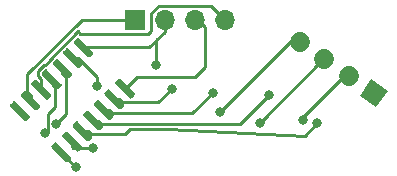
<source format=gbr>
G04 #@! TF.GenerationSoftware,KiCad,Pcbnew,(5.1.5)-3*
G04 #@! TF.CreationDate,2021-01-30T14:55:34-06:00*
G04 #@! TF.ProjectId,HallSensorSMD,48616c6c-5365-46e7-936f-72534d442e6b,rev?*
G04 #@! TF.SameCoordinates,Original*
G04 #@! TF.FileFunction,Copper,L2,Bot*
G04 #@! TF.FilePolarity,Positive*
%FSLAX46Y46*%
G04 Gerber Fmt 4.6, Leading zero omitted, Abs format (unit mm)*
G04 Created by KiCad (PCBNEW (5.1.5)-3) date 2021-01-30 14:55:34*
%MOMM*%
%LPD*%
G04 APERTURE LIST*
%ADD10C,1.700000*%
%ADD11C,0.100000*%
%ADD12R,1.700000X1.700000*%
%ADD13O,1.700000X1.700000*%
%ADD14C,0.800000*%
%ADD15C,0.250000*%
G04 APERTURE END LIST*
D10*
X139758061Y-50129348D02*
X139758061Y-50129348D01*
X141838708Y-51586232D02*
X141838708Y-51586232D01*
X143919354Y-53043116D02*
X143919354Y-53043116D01*
G04 #@! TA.AperFunction,ComponentPad*
D11*
G36*
X145791261Y-53316181D02*
G01*
X147183819Y-54291261D01*
X146208739Y-55683819D01*
X144816181Y-54708739D01*
X145791261Y-53316181D01*
G37*
G04 #@! TD.AperFunction*
D12*
X125818900Y-48250000D03*
D13*
X128358900Y-48250000D03*
X130898900Y-48250000D03*
X133438900Y-48250000D03*
G04 #@! TA.AperFunction,SMDPad,CuDef*
D11*
G36*
X124491872Y-53259105D02*
G01*
X124506433Y-53261265D01*
X124520712Y-53264842D01*
X124534572Y-53269801D01*
X124547879Y-53276095D01*
X124560505Y-53283663D01*
X124572328Y-53292431D01*
X124583235Y-53302317D01*
X125749961Y-54469043D01*
X125759847Y-54479950D01*
X125768615Y-54491773D01*
X125776183Y-54504399D01*
X125782477Y-54517706D01*
X125787436Y-54531566D01*
X125791013Y-54545845D01*
X125793173Y-54560406D01*
X125793895Y-54575109D01*
X125793173Y-54589812D01*
X125791013Y-54604373D01*
X125787436Y-54618652D01*
X125782477Y-54632512D01*
X125776183Y-54645819D01*
X125768615Y-54658445D01*
X125759847Y-54670268D01*
X125749961Y-54681175D01*
X125537829Y-54893307D01*
X125526922Y-54903193D01*
X125515099Y-54911961D01*
X125502473Y-54919529D01*
X125489166Y-54925823D01*
X125475306Y-54930782D01*
X125461027Y-54934359D01*
X125446466Y-54936519D01*
X125431763Y-54937241D01*
X125417060Y-54936519D01*
X125402499Y-54934359D01*
X125388220Y-54930782D01*
X125374360Y-54925823D01*
X125361053Y-54919529D01*
X125348427Y-54911961D01*
X125336604Y-54903193D01*
X125325697Y-54893307D01*
X124158971Y-53726581D01*
X124149085Y-53715674D01*
X124140317Y-53703851D01*
X124132749Y-53691225D01*
X124126455Y-53677918D01*
X124121496Y-53664058D01*
X124117919Y-53649779D01*
X124115759Y-53635218D01*
X124115037Y-53620515D01*
X124115759Y-53605812D01*
X124117919Y-53591251D01*
X124121496Y-53576972D01*
X124126455Y-53563112D01*
X124132749Y-53549805D01*
X124140317Y-53537179D01*
X124149085Y-53525356D01*
X124158971Y-53514449D01*
X124371103Y-53302317D01*
X124382010Y-53292431D01*
X124393833Y-53283663D01*
X124406459Y-53276095D01*
X124419766Y-53269801D01*
X124433626Y-53264842D01*
X124447905Y-53261265D01*
X124462466Y-53259105D01*
X124477169Y-53258383D01*
X124491872Y-53259105D01*
G37*
G04 #@! TD.AperFunction*
G04 #@! TA.AperFunction,SMDPad,CuDef*
G36*
X123593847Y-54157131D02*
G01*
X123608408Y-54159291D01*
X123622687Y-54162868D01*
X123636547Y-54167827D01*
X123649854Y-54174121D01*
X123662480Y-54181689D01*
X123674303Y-54190457D01*
X123685210Y-54200343D01*
X124851936Y-55367069D01*
X124861822Y-55377976D01*
X124870590Y-55389799D01*
X124878158Y-55402425D01*
X124884452Y-55415732D01*
X124889411Y-55429592D01*
X124892988Y-55443871D01*
X124895148Y-55458432D01*
X124895870Y-55473135D01*
X124895148Y-55487838D01*
X124892988Y-55502399D01*
X124889411Y-55516678D01*
X124884452Y-55530538D01*
X124878158Y-55543845D01*
X124870590Y-55556471D01*
X124861822Y-55568294D01*
X124851936Y-55579201D01*
X124639804Y-55791333D01*
X124628897Y-55801219D01*
X124617074Y-55809987D01*
X124604448Y-55817555D01*
X124591141Y-55823849D01*
X124577281Y-55828808D01*
X124563002Y-55832385D01*
X124548441Y-55834545D01*
X124533738Y-55835267D01*
X124519035Y-55834545D01*
X124504474Y-55832385D01*
X124490195Y-55828808D01*
X124476335Y-55823849D01*
X124463028Y-55817555D01*
X124450402Y-55809987D01*
X124438579Y-55801219D01*
X124427672Y-55791333D01*
X123260946Y-54624607D01*
X123251060Y-54613700D01*
X123242292Y-54601877D01*
X123234724Y-54589251D01*
X123228430Y-54575944D01*
X123223471Y-54562084D01*
X123219894Y-54547805D01*
X123217734Y-54533244D01*
X123217012Y-54518541D01*
X123217734Y-54503838D01*
X123219894Y-54489277D01*
X123223471Y-54474998D01*
X123228430Y-54461138D01*
X123234724Y-54447831D01*
X123242292Y-54435205D01*
X123251060Y-54423382D01*
X123260946Y-54412475D01*
X123473078Y-54200343D01*
X123483985Y-54190457D01*
X123495808Y-54181689D01*
X123508434Y-54174121D01*
X123521741Y-54167827D01*
X123535601Y-54162868D01*
X123549880Y-54159291D01*
X123564441Y-54157131D01*
X123579144Y-54156409D01*
X123593847Y-54157131D01*
G37*
G04 #@! TD.AperFunction*
G04 #@! TA.AperFunction,SMDPad,CuDef*
G36*
X122695821Y-55055157D02*
G01*
X122710382Y-55057317D01*
X122724661Y-55060894D01*
X122738521Y-55065853D01*
X122751828Y-55072147D01*
X122764454Y-55079715D01*
X122776277Y-55088483D01*
X122787184Y-55098369D01*
X123953910Y-56265095D01*
X123963796Y-56276002D01*
X123972564Y-56287825D01*
X123980132Y-56300451D01*
X123986426Y-56313758D01*
X123991385Y-56327618D01*
X123994962Y-56341897D01*
X123997122Y-56356458D01*
X123997844Y-56371161D01*
X123997122Y-56385864D01*
X123994962Y-56400425D01*
X123991385Y-56414704D01*
X123986426Y-56428564D01*
X123980132Y-56441871D01*
X123972564Y-56454497D01*
X123963796Y-56466320D01*
X123953910Y-56477227D01*
X123741778Y-56689359D01*
X123730871Y-56699245D01*
X123719048Y-56708013D01*
X123706422Y-56715581D01*
X123693115Y-56721875D01*
X123679255Y-56726834D01*
X123664976Y-56730411D01*
X123650415Y-56732571D01*
X123635712Y-56733293D01*
X123621009Y-56732571D01*
X123606448Y-56730411D01*
X123592169Y-56726834D01*
X123578309Y-56721875D01*
X123565002Y-56715581D01*
X123552376Y-56708013D01*
X123540553Y-56699245D01*
X123529646Y-56689359D01*
X122362920Y-55522633D01*
X122353034Y-55511726D01*
X122344266Y-55499903D01*
X122336698Y-55487277D01*
X122330404Y-55473970D01*
X122325445Y-55460110D01*
X122321868Y-55445831D01*
X122319708Y-55431270D01*
X122318986Y-55416567D01*
X122319708Y-55401864D01*
X122321868Y-55387303D01*
X122325445Y-55373024D01*
X122330404Y-55359164D01*
X122336698Y-55345857D01*
X122344266Y-55333231D01*
X122353034Y-55321408D01*
X122362920Y-55310501D01*
X122575052Y-55098369D01*
X122585959Y-55088483D01*
X122597782Y-55079715D01*
X122610408Y-55072147D01*
X122623715Y-55065853D01*
X122637575Y-55060894D01*
X122651854Y-55057317D01*
X122666415Y-55055157D01*
X122681118Y-55054435D01*
X122695821Y-55055157D01*
G37*
G04 #@! TD.AperFunction*
G04 #@! TA.AperFunction,SMDPad,CuDef*
G36*
X121797795Y-55953182D02*
G01*
X121812356Y-55955342D01*
X121826635Y-55958919D01*
X121840495Y-55963878D01*
X121853802Y-55970172D01*
X121866428Y-55977740D01*
X121878251Y-55986508D01*
X121889158Y-55996394D01*
X123055884Y-57163120D01*
X123065770Y-57174027D01*
X123074538Y-57185850D01*
X123082106Y-57198476D01*
X123088400Y-57211783D01*
X123093359Y-57225643D01*
X123096936Y-57239922D01*
X123099096Y-57254483D01*
X123099818Y-57269186D01*
X123099096Y-57283889D01*
X123096936Y-57298450D01*
X123093359Y-57312729D01*
X123088400Y-57326589D01*
X123082106Y-57339896D01*
X123074538Y-57352522D01*
X123065770Y-57364345D01*
X123055884Y-57375252D01*
X122843752Y-57587384D01*
X122832845Y-57597270D01*
X122821022Y-57606038D01*
X122808396Y-57613606D01*
X122795089Y-57619900D01*
X122781229Y-57624859D01*
X122766950Y-57628436D01*
X122752389Y-57630596D01*
X122737686Y-57631318D01*
X122722983Y-57630596D01*
X122708422Y-57628436D01*
X122694143Y-57624859D01*
X122680283Y-57619900D01*
X122666976Y-57613606D01*
X122654350Y-57606038D01*
X122642527Y-57597270D01*
X122631620Y-57587384D01*
X121464894Y-56420658D01*
X121455008Y-56409751D01*
X121446240Y-56397928D01*
X121438672Y-56385302D01*
X121432378Y-56371995D01*
X121427419Y-56358135D01*
X121423842Y-56343856D01*
X121421682Y-56329295D01*
X121420960Y-56314592D01*
X121421682Y-56299889D01*
X121423842Y-56285328D01*
X121427419Y-56271049D01*
X121432378Y-56257189D01*
X121438672Y-56243882D01*
X121446240Y-56231256D01*
X121455008Y-56219433D01*
X121464894Y-56208526D01*
X121677026Y-55996394D01*
X121687933Y-55986508D01*
X121699756Y-55977740D01*
X121712382Y-55970172D01*
X121725689Y-55963878D01*
X121739549Y-55958919D01*
X121753828Y-55955342D01*
X121768389Y-55953182D01*
X121783092Y-55952460D01*
X121797795Y-55953182D01*
G37*
G04 #@! TD.AperFunction*
G04 #@! TA.AperFunction,SMDPad,CuDef*
G36*
X120899770Y-56851208D02*
G01*
X120914331Y-56853368D01*
X120928610Y-56856945D01*
X120942470Y-56861904D01*
X120955777Y-56868198D01*
X120968403Y-56875766D01*
X120980226Y-56884534D01*
X120991133Y-56894420D01*
X122157859Y-58061146D01*
X122167745Y-58072053D01*
X122176513Y-58083876D01*
X122184081Y-58096502D01*
X122190375Y-58109809D01*
X122195334Y-58123669D01*
X122198911Y-58137948D01*
X122201071Y-58152509D01*
X122201793Y-58167212D01*
X122201071Y-58181915D01*
X122198911Y-58196476D01*
X122195334Y-58210755D01*
X122190375Y-58224615D01*
X122184081Y-58237922D01*
X122176513Y-58250548D01*
X122167745Y-58262371D01*
X122157859Y-58273278D01*
X121945727Y-58485410D01*
X121934820Y-58495296D01*
X121922997Y-58504064D01*
X121910371Y-58511632D01*
X121897064Y-58517926D01*
X121883204Y-58522885D01*
X121868925Y-58526462D01*
X121854364Y-58528622D01*
X121839661Y-58529344D01*
X121824958Y-58528622D01*
X121810397Y-58526462D01*
X121796118Y-58522885D01*
X121782258Y-58517926D01*
X121768951Y-58511632D01*
X121756325Y-58504064D01*
X121744502Y-58495296D01*
X121733595Y-58485410D01*
X120566869Y-57318684D01*
X120556983Y-57307777D01*
X120548215Y-57295954D01*
X120540647Y-57283328D01*
X120534353Y-57270021D01*
X120529394Y-57256161D01*
X120525817Y-57241882D01*
X120523657Y-57227321D01*
X120522935Y-57212618D01*
X120523657Y-57197915D01*
X120525817Y-57183354D01*
X120529394Y-57169075D01*
X120534353Y-57155215D01*
X120540647Y-57141908D01*
X120548215Y-57129282D01*
X120556983Y-57117459D01*
X120566869Y-57106552D01*
X120779001Y-56894420D01*
X120789908Y-56884534D01*
X120801731Y-56875766D01*
X120814357Y-56868198D01*
X120827664Y-56861904D01*
X120841524Y-56856945D01*
X120855803Y-56853368D01*
X120870364Y-56851208D01*
X120885067Y-56850486D01*
X120899770Y-56851208D01*
G37*
G04 #@! TD.AperFunction*
G04 #@! TA.AperFunction,SMDPad,CuDef*
G36*
X120001744Y-57749234D02*
G01*
X120016305Y-57751394D01*
X120030584Y-57754971D01*
X120044444Y-57759930D01*
X120057751Y-57766224D01*
X120070377Y-57773792D01*
X120082200Y-57782560D01*
X120093107Y-57792446D01*
X121259833Y-58959172D01*
X121269719Y-58970079D01*
X121278487Y-58981902D01*
X121286055Y-58994528D01*
X121292349Y-59007835D01*
X121297308Y-59021695D01*
X121300885Y-59035974D01*
X121303045Y-59050535D01*
X121303767Y-59065238D01*
X121303045Y-59079941D01*
X121300885Y-59094502D01*
X121297308Y-59108781D01*
X121292349Y-59122641D01*
X121286055Y-59135948D01*
X121278487Y-59148574D01*
X121269719Y-59160397D01*
X121259833Y-59171304D01*
X121047701Y-59383436D01*
X121036794Y-59393322D01*
X121024971Y-59402090D01*
X121012345Y-59409658D01*
X120999038Y-59415952D01*
X120985178Y-59420911D01*
X120970899Y-59424488D01*
X120956338Y-59426648D01*
X120941635Y-59427370D01*
X120926932Y-59426648D01*
X120912371Y-59424488D01*
X120898092Y-59420911D01*
X120884232Y-59415952D01*
X120870925Y-59409658D01*
X120858299Y-59402090D01*
X120846476Y-59393322D01*
X120835569Y-59383436D01*
X119668843Y-58216710D01*
X119658957Y-58205803D01*
X119650189Y-58193980D01*
X119642621Y-58181354D01*
X119636327Y-58168047D01*
X119631368Y-58154187D01*
X119627791Y-58139908D01*
X119625631Y-58125347D01*
X119624909Y-58110644D01*
X119625631Y-58095941D01*
X119627791Y-58081380D01*
X119631368Y-58067101D01*
X119636327Y-58053241D01*
X119642621Y-58039934D01*
X119650189Y-58027308D01*
X119658957Y-58015485D01*
X119668843Y-58004578D01*
X119880975Y-57792446D01*
X119891882Y-57782560D01*
X119903705Y-57773792D01*
X119916331Y-57766224D01*
X119929638Y-57759930D01*
X119943498Y-57754971D01*
X119957777Y-57751394D01*
X119972338Y-57749234D01*
X119987041Y-57748512D01*
X120001744Y-57749234D01*
G37*
G04 #@! TD.AperFunction*
G04 #@! TA.AperFunction,SMDPad,CuDef*
G36*
X119103718Y-58647259D02*
G01*
X119118279Y-58649419D01*
X119132558Y-58652996D01*
X119146418Y-58657955D01*
X119159725Y-58664249D01*
X119172351Y-58671817D01*
X119184174Y-58680585D01*
X119195081Y-58690471D01*
X120361807Y-59857197D01*
X120371693Y-59868104D01*
X120380461Y-59879927D01*
X120388029Y-59892553D01*
X120394323Y-59905860D01*
X120399282Y-59919720D01*
X120402859Y-59933999D01*
X120405019Y-59948560D01*
X120405741Y-59963263D01*
X120405019Y-59977966D01*
X120402859Y-59992527D01*
X120399282Y-60006806D01*
X120394323Y-60020666D01*
X120388029Y-60033973D01*
X120380461Y-60046599D01*
X120371693Y-60058422D01*
X120361807Y-60069329D01*
X120149675Y-60281461D01*
X120138768Y-60291347D01*
X120126945Y-60300115D01*
X120114319Y-60307683D01*
X120101012Y-60313977D01*
X120087152Y-60318936D01*
X120072873Y-60322513D01*
X120058312Y-60324673D01*
X120043609Y-60325395D01*
X120028906Y-60324673D01*
X120014345Y-60322513D01*
X120000066Y-60318936D01*
X119986206Y-60313977D01*
X119972899Y-60307683D01*
X119960273Y-60300115D01*
X119948450Y-60291347D01*
X119937543Y-60281461D01*
X118770817Y-59114735D01*
X118760931Y-59103828D01*
X118752163Y-59092005D01*
X118744595Y-59079379D01*
X118738301Y-59066072D01*
X118733342Y-59052212D01*
X118729765Y-59037933D01*
X118727605Y-59023372D01*
X118726883Y-59008669D01*
X118727605Y-58993966D01*
X118729765Y-58979405D01*
X118733342Y-58965126D01*
X118738301Y-58951266D01*
X118744595Y-58937959D01*
X118752163Y-58925333D01*
X118760931Y-58913510D01*
X118770817Y-58902603D01*
X118982949Y-58690471D01*
X118993856Y-58680585D01*
X119005679Y-58671817D01*
X119018305Y-58664249D01*
X119031612Y-58657955D01*
X119045472Y-58652996D01*
X119059751Y-58649419D01*
X119074312Y-58647259D01*
X119089015Y-58646537D01*
X119103718Y-58647259D01*
G37*
G04 #@! TD.AperFunction*
G04 #@! TA.AperFunction,SMDPad,CuDef*
G36*
X115603540Y-55147081D02*
G01*
X115618101Y-55149241D01*
X115632380Y-55152818D01*
X115646240Y-55157777D01*
X115659547Y-55164071D01*
X115672173Y-55171639D01*
X115683996Y-55180407D01*
X115694903Y-55190293D01*
X116861629Y-56357019D01*
X116871515Y-56367926D01*
X116880283Y-56379749D01*
X116887851Y-56392375D01*
X116894145Y-56405682D01*
X116899104Y-56419542D01*
X116902681Y-56433821D01*
X116904841Y-56448382D01*
X116905563Y-56463085D01*
X116904841Y-56477788D01*
X116902681Y-56492349D01*
X116899104Y-56506628D01*
X116894145Y-56520488D01*
X116887851Y-56533795D01*
X116880283Y-56546421D01*
X116871515Y-56558244D01*
X116861629Y-56569151D01*
X116649497Y-56781283D01*
X116638590Y-56791169D01*
X116626767Y-56799937D01*
X116614141Y-56807505D01*
X116600834Y-56813799D01*
X116586974Y-56818758D01*
X116572695Y-56822335D01*
X116558134Y-56824495D01*
X116543431Y-56825217D01*
X116528728Y-56824495D01*
X116514167Y-56822335D01*
X116499888Y-56818758D01*
X116486028Y-56813799D01*
X116472721Y-56807505D01*
X116460095Y-56799937D01*
X116448272Y-56791169D01*
X116437365Y-56781283D01*
X115270639Y-55614557D01*
X115260753Y-55603650D01*
X115251985Y-55591827D01*
X115244417Y-55579201D01*
X115238123Y-55565894D01*
X115233164Y-55552034D01*
X115229587Y-55537755D01*
X115227427Y-55523194D01*
X115226705Y-55508491D01*
X115227427Y-55493788D01*
X115229587Y-55479227D01*
X115233164Y-55464948D01*
X115238123Y-55451088D01*
X115244417Y-55437781D01*
X115251985Y-55425155D01*
X115260753Y-55413332D01*
X115270639Y-55402425D01*
X115482771Y-55190293D01*
X115493678Y-55180407D01*
X115505501Y-55171639D01*
X115518127Y-55164071D01*
X115531434Y-55157777D01*
X115545294Y-55152818D01*
X115559573Y-55149241D01*
X115574134Y-55147081D01*
X115588837Y-55146359D01*
X115603540Y-55147081D01*
G37*
G04 #@! TD.AperFunction*
G04 #@! TA.AperFunction,SMDPad,CuDef*
G36*
X116501565Y-54249055D02*
G01*
X116516126Y-54251215D01*
X116530405Y-54254792D01*
X116544265Y-54259751D01*
X116557572Y-54266045D01*
X116570198Y-54273613D01*
X116582021Y-54282381D01*
X116592928Y-54292267D01*
X117759654Y-55458993D01*
X117769540Y-55469900D01*
X117778308Y-55481723D01*
X117785876Y-55494349D01*
X117792170Y-55507656D01*
X117797129Y-55521516D01*
X117800706Y-55535795D01*
X117802866Y-55550356D01*
X117803588Y-55565059D01*
X117802866Y-55579762D01*
X117800706Y-55594323D01*
X117797129Y-55608602D01*
X117792170Y-55622462D01*
X117785876Y-55635769D01*
X117778308Y-55648395D01*
X117769540Y-55660218D01*
X117759654Y-55671125D01*
X117547522Y-55883257D01*
X117536615Y-55893143D01*
X117524792Y-55901911D01*
X117512166Y-55909479D01*
X117498859Y-55915773D01*
X117484999Y-55920732D01*
X117470720Y-55924309D01*
X117456159Y-55926469D01*
X117441456Y-55927191D01*
X117426753Y-55926469D01*
X117412192Y-55924309D01*
X117397913Y-55920732D01*
X117384053Y-55915773D01*
X117370746Y-55909479D01*
X117358120Y-55901911D01*
X117346297Y-55893143D01*
X117335390Y-55883257D01*
X116168664Y-54716531D01*
X116158778Y-54705624D01*
X116150010Y-54693801D01*
X116142442Y-54681175D01*
X116136148Y-54667868D01*
X116131189Y-54654008D01*
X116127612Y-54639729D01*
X116125452Y-54625168D01*
X116124730Y-54610465D01*
X116125452Y-54595762D01*
X116127612Y-54581201D01*
X116131189Y-54566922D01*
X116136148Y-54553062D01*
X116142442Y-54539755D01*
X116150010Y-54527129D01*
X116158778Y-54515306D01*
X116168664Y-54504399D01*
X116380796Y-54292267D01*
X116391703Y-54282381D01*
X116403526Y-54273613D01*
X116416152Y-54266045D01*
X116429459Y-54259751D01*
X116443319Y-54254792D01*
X116457598Y-54251215D01*
X116472159Y-54249055D01*
X116486862Y-54248333D01*
X116501565Y-54249055D01*
G37*
G04 #@! TD.AperFunction*
G04 #@! TA.AperFunction,SMDPad,CuDef*
G36*
X117399591Y-53351029D02*
G01*
X117414152Y-53353189D01*
X117428431Y-53356766D01*
X117442291Y-53361725D01*
X117455598Y-53368019D01*
X117468224Y-53375587D01*
X117480047Y-53384355D01*
X117490954Y-53394241D01*
X118657680Y-54560967D01*
X118667566Y-54571874D01*
X118676334Y-54583697D01*
X118683902Y-54596323D01*
X118690196Y-54609630D01*
X118695155Y-54623490D01*
X118698732Y-54637769D01*
X118700892Y-54652330D01*
X118701614Y-54667033D01*
X118700892Y-54681736D01*
X118698732Y-54696297D01*
X118695155Y-54710576D01*
X118690196Y-54724436D01*
X118683902Y-54737743D01*
X118676334Y-54750369D01*
X118667566Y-54762192D01*
X118657680Y-54773099D01*
X118445548Y-54985231D01*
X118434641Y-54995117D01*
X118422818Y-55003885D01*
X118410192Y-55011453D01*
X118396885Y-55017747D01*
X118383025Y-55022706D01*
X118368746Y-55026283D01*
X118354185Y-55028443D01*
X118339482Y-55029165D01*
X118324779Y-55028443D01*
X118310218Y-55026283D01*
X118295939Y-55022706D01*
X118282079Y-55017747D01*
X118268772Y-55011453D01*
X118256146Y-55003885D01*
X118244323Y-54995117D01*
X118233416Y-54985231D01*
X117066690Y-53818505D01*
X117056804Y-53807598D01*
X117048036Y-53795775D01*
X117040468Y-53783149D01*
X117034174Y-53769842D01*
X117029215Y-53755982D01*
X117025638Y-53741703D01*
X117023478Y-53727142D01*
X117022756Y-53712439D01*
X117023478Y-53697736D01*
X117025638Y-53683175D01*
X117029215Y-53668896D01*
X117034174Y-53655036D01*
X117040468Y-53641729D01*
X117048036Y-53629103D01*
X117056804Y-53617280D01*
X117066690Y-53606373D01*
X117278822Y-53394241D01*
X117289729Y-53384355D01*
X117301552Y-53375587D01*
X117314178Y-53368019D01*
X117327485Y-53361725D01*
X117341345Y-53356766D01*
X117355624Y-53353189D01*
X117370185Y-53351029D01*
X117384888Y-53350307D01*
X117399591Y-53351029D01*
G37*
G04 #@! TD.AperFunction*
G04 #@! TA.AperFunction,SMDPad,CuDef*
G36*
X118297617Y-52453004D02*
G01*
X118312178Y-52455164D01*
X118326457Y-52458741D01*
X118340317Y-52463700D01*
X118353624Y-52469994D01*
X118366250Y-52477562D01*
X118378073Y-52486330D01*
X118388980Y-52496216D01*
X119555706Y-53662942D01*
X119565592Y-53673849D01*
X119574360Y-53685672D01*
X119581928Y-53698298D01*
X119588222Y-53711605D01*
X119593181Y-53725465D01*
X119596758Y-53739744D01*
X119598918Y-53754305D01*
X119599640Y-53769008D01*
X119598918Y-53783711D01*
X119596758Y-53798272D01*
X119593181Y-53812551D01*
X119588222Y-53826411D01*
X119581928Y-53839718D01*
X119574360Y-53852344D01*
X119565592Y-53864167D01*
X119555706Y-53875074D01*
X119343574Y-54087206D01*
X119332667Y-54097092D01*
X119320844Y-54105860D01*
X119308218Y-54113428D01*
X119294911Y-54119722D01*
X119281051Y-54124681D01*
X119266772Y-54128258D01*
X119252211Y-54130418D01*
X119237508Y-54131140D01*
X119222805Y-54130418D01*
X119208244Y-54128258D01*
X119193965Y-54124681D01*
X119180105Y-54119722D01*
X119166798Y-54113428D01*
X119154172Y-54105860D01*
X119142349Y-54097092D01*
X119131442Y-54087206D01*
X117964716Y-52920480D01*
X117954830Y-52909573D01*
X117946062Y-52897750D01*
X117938494Y-52885124D01*
X117932200Y-52871817D01*
X117927241Y-52857957D01*
X117923664Y-52843678D01*
X117921504Y-52829117D01*
X117920782Y-52814414D01*
X117921504Y-52799711D01*
X117923664Y-52785150D01*
X117927241Y-52770871D01*
X117932200Y-52757011D01*
X117938494Y-52743704D01*
X117946062Y-52731078D01*
X117954830Y-52719255D01*
X117964716Y-52708348D01*
X118176848Y-52496216D01*
X118187755Y-52486330D01*
X118199578Y-52477562D01*
X118212204Y-52469994D01*
X118225511Y-52463700D01*
X118239371Y-52458741D01*
X118253650Y-52455164D01*
X118268211Y-52453004D01*
X118282914Y-52452282D01*
X118297617Y-52453004D01*
G37*
G04 #@! TD.AperFunction*
G04 #@! TA.AperFunction,SMDPad,CuDef*
G36*
X119195642Y-51554978D02*
G01*
X119210203Y-51557138D01*
X119224482Y-51560715D01*
X119238342Y-51565674D01*
X119251649Y-51571968D01*
X119264275Y-51579536D01*
X119276098Y-51588304D01*
X119287005Y-51598190D01*
X120453731Y-52764916D01*
X120463617Y-52775823D01*
X120472385Y-52787646D01*
X120479953Y-52800272D01*
X120486247Y-52813579D01*
X120491206Y-52827439D01*
X120494783Y-52841718D01*
X120496943Y-52856279D01*
X120497665Y-52870982D01*
X120496943Y-52885685D01*
X120494783Y-52900246D01*
X120491206Y-52914525D01*
X120486247Y-52928385D01*
X120479953Y-52941692D01*
X120472385Y-52954318D01*
X120463617Y-52966141D01*
X120453731Y-52977048D01*
X120241599Y-53189180D01*
X120230692Y-53199066D01*
X120218869Y-53207834D01*
X120206243Y-53215402D01*
X120192936Y-53221696D01*
X120179076Y-53226655D01*
X120164797Y-53230232D01*
X120150236Y-53232392D01*
X120135533Y-53233114D01*
X120120830Y-53232392D01*
X120106269Y-53230232D01*
X120091990Y-53226655D01*
X120078130Y-53221696D01*
X120064823Y-53215402D01*
X120052197Y-53207834D01*
X120040374Y-53199066D01*
X120029467Y-53189180D01*
X118862741Y-52022454D01*
X118852855Y-52011547D01*
X118844087Y-51999724D01*
X118836519Y-51987098D01*
X118830225Y-51973791D01*
X118825266Y-51959931D01*
X118821689Y-51945652D01*
X118819529Y-51931091D01*
X118818807Y-51916388D01*
X118819529Y-51901685D01*
X118821689Y-51887124D01*
X118825266Y-51872845D01*
X118830225Y-51858985D01*
X118836519Y-51845678D01*
X118844087Y-51833052D01*
X118852855Y-51821229D01*
X118862741Y-51810322D01*
X119074873Y-51598190D01*
X119085780Y-51588304D01*
X119097603Y-51579536D01*
X119110229Y-51571968D01*
X119123536Y-51565674D01*
X119137396Y-51560715D01*
X119151675Y-51557138D01*
X119166236Y-51554978D01*
X119180939Y-51554256D01*
X119195642Y-51554978D01*
G37*
G04 #@! TD.AperFunction*
G04 #@! TA.AperFunction,SMDPad,CuDef*
G36*
X120093668Y-50656952D02*
G01*
X120108229Y-50659112D01*
X120122508Y-50662689D01*
X120136368Y-50667648D01*
X120149675Y-50673942D01*
X120162301Y-50681510D01*
X120174124Y-50690278D01*
X120185031Y-50700164D01*
X121351757Y-51866890D01*
X121361643Y-51877797D01*
X121370411Y-51889620D01*
X121377979Y-51902246D01*
X121384273Y-51915553D01*
X121389232Y-51929413D01*
X121392809Y-51943692D01*
X121394969Y-51958253D01*
X121395691Y-51972956D01*
X121394969Y-51987659D01*
X121392809Y-52002220D01*
X121389232Y-52016499D01*
X121384273Y-52030359D01*
X121377979Y-52043666D01*
X121370411Y-52056292D01*
X121361643Y-52068115D01*
X121351757Y-52079022D01*
X121139625Y-52291154D01*
X121128718Y-52301040D01*
X121116895Y-52309808D01*
X121104269Y-52317376D01*
X121090962Y-52323670D01*
X121077102Y-52328629D01*
X121062823Y-52332206D01*
X121048262Y-52334366D01*
X121033559Y-52335088D01*
X121018856Y-52334366D01*
X121004295Y-52332206D01*
X120990016Y-52328629D01*
X120976156Y-52323670D01*
X120962849Y-52317376D01*
X120950223Y-52309808D01*
X120938400Y-52301040D01*
X120927493Y-52291154D01*
X119760767Y-51124428D01*
X119750881Y-51113521D01*
X119742113Y-51101698D01*
X119734545Y-51089072D01*
X119728251Y-51075765D01*
X119723292Y-51061905D01*
X119719715Y-51047626D01*
X119717555Y-51033065D01*
X119716833Y-51018362D01*
X119717555Y-51003659D01*
X119719715Y-50989098D01*
X119723292Y-50974819D01*
X119728251Y-50960959D01*
X119734545Y-50947652D01*
X119742113Y-50935026D01*
X119750881Y-50923203D01*
X119760767Y-50912296D01*
X119972899Y-50700164D01*
X119983806Y-50690278D01*
X119995629Y-50681510D01*
X120008255Y-50673942D01*
X120021562Y-50667648D01*
X120035422Y-50662689D01*
X120049701Y-50659112D01*
X120064262Y-50656952D01*
X120078965Y-50656230D01*
X120093668Y-50656952D01*
G37*
G04 #@! TD.AperFunction*
G04 #@! TA.AperFunction,SMDPad,CuDef*
G36*
X120991694Y-49758927D02*
G01*
X121006255Y-49761087D01*
X121020534Y-49764664D01*
X121034394Y-49769623D01*
X121047701Y-49775917D01*
X121060327Y-49783485D01*
X121072150Y-49792253D01*
X121083057Y-49802139D01*
X122249783Y-50968865D01*
X122259669Y-50979772D01*
X122268437Y-50991595D01*
X122276005Y-51004221D01*
X122282299Y-51017528D01*
X122287258Y-51031388D01*
X122290835Y-51045667D01*
X122292995Y-51060228D01*
X122293717Y-51074931D01*
X122292995Y-51089634D01*
X122290835Y-51104195D01*
X122287258Y-51118474D01*
X122282299Y-51132334D01*
X122276005Y-51145641D01*
X122268437Y-51158267D01*
X122259669Y-51170090D01*
X122249783Y-51180997D01*
X122037651Y-51393129D01*
X122026744Y-51403015D01*
X122014921Y-51411783D01*
X122002295Y-51419351D01*
X121988988Y-51425645D01*
X121975128Y-51430604D01*
X121960849Y-51434181D01*
X121946288Y-51436341D01*
X121931585Y-51437063D01*
X121916882Y-51436341D01*
X121902321Y-51434181D01*
X121888042Y-51430604D01*
X121874182Y-51425645D01*
X121860875Y-51419351D01*
X121848249Y-51411783D01*
X121836426Y-51403015D01*
X121825519Y-51393129D01*
X120658793Y-50226403D01*
X120648907Y-50215496D01*
X120640139Y-50203673D01*
X120632571Y-50191047D01*
X120626277Y-50177740D01*
X120621318Y-50163880D01*
X120617741Y-50149601D01*
X120615581Y-50135040D01*
X120614859Y-50120337D01*
X120615581Y-50105634D01*
X120617741Y-50091073D01*
X120621318Y-50076794D01*
X120626277Y-50062934D01*
X120632571Y-50049627D01*
X120640139Y-50037001D01*
X120648907Y-50025178D01*
X120658793Y-50014271D01*
X120870925Y-49802139D01*
X120881832Y-49792253D01*
X120893655Y-49783485D01*
X120906281Y-49775917D01*
X120919588Y-49769623D01*
X120933448Y-49764664D01*
X120947727Y-49761087D01*
X120962288Y-49758927D01*
X120976991Y-49758205D01*
X120991694Y-49758927D01*
G37*
G04 #@! TD.AperFunction*
D14*
X127622300Y-52108100D03*
X140004800Y-56730900D03*
X118211600Y-57873900D03*
X119126883Y-57048400D03*
X122605800Y-53886100D03*
X128905000Y-54140100D03*
X132410200Y-54419500D03*
X137121900Y-54597300D03*
X141249400Y-57023000D03*
X133019800Y-56032400D03*
X122281205Y-59141675D03*
X120789700Y-60731400D03*
X136347200Y-57023000D03*
D15*
X128358900Y-49258881D02*
X127609600Y-50008181D01*
X127622300Y-50020881D02*
X127622300Y-52108100D01*
X127609600Y-50008181D02*
X127622300Y-50020881D01*
X121454288Y-50597634D02*
X127020147Y-50597634D01*
X127020147Y-50597634D02*
X128358900Y-49258881D01*
X128358900Y-49258881D02*
X128358900Y-48056800D01*
X143753454Y-52734016D02*
X140004800Y-56482670D01*
X140004800Y-56482670D02*
X140004800Y-56730900D01*
X119026624Y-53982388D02*
X119026624Y-55636476D01*
X118760211Y-53291711D02*
X118760211Y-53715975D01*
X118760211Y-53715975D02*
X119026624Y-53982388D01*
X118401873Y-57683627D02*
X118211600Y-57873900D01*
X119026624Y-55636476D02*
X118401873Y-56261227D01*
X118401873Y-56261227D02*
X118401873Y-57683627D01*
X119658236Y-52817949D02*
X119924650Y-53084363D01*
X119924650Y-53084363D02*
X119924650Y-56250633D01*
X119658236Y-52393685D02*
X119658236Y-52817949D01*
X119924650Y-56250633D02*
X119526882Y-56648401D01*
X119526882Y-56648401D02*
X119126883Y-57048400D01*
X122605800Y-53120933D02*
X122605800Y-53886100D01*
X120556262Y-51495659D02*
X120980526Y-51495659D01*
X120980526Y-51495659D02*
X122605800Y-53120933D01*
X131748899Y-52236001D02*
X131748899Y-48906799D01*
X131748899Y-48906799D02*
X130898900Y-48056800D01*
X130898900Y-53086000D02*
X131748899Y-52236001D01*
X125966278Y-53086000D02*
X130898900Y-53086000D01*
X124954466Y-54097812D02*
X125966278Y-53086000D01*
X127782849Y-55262251D02*
X128905000Y-54140100D01*
X124747118Y-55262251D02*
X127782849Y-55262251D01*
X124480705Y-54995838D02*
X124747118Y-55262251D01*
X124056441Y-54995838D02*
X124480705Y-54995838D01*
X130669423Y-56160277D02*
X132410200Y-54419500D01*
X123849092Y-56160277D02*
X130669423Y-56160277D01*
X123158415Y-55893864D02*
X123582679Y-55893864D01*
X123582679Y-55893864D02*
X123849092Y-56160277D01*
X134660897Y-57058303D02*
X137121900Y-54597300D01*
X122951067Y-57058303D02*
X134660897Y-57058303D01*
X122260389Y-56791889D02*
X122684653Y-56791889D01*
X122684653Y-56791889D02*
X122951067Y-57058303D01*
X128578771Y-57520905D02*
X140180794Y-58091606D01*
X140180794Y-58091606D02*
X141249400Y-57023000D01*
X128578771Y-57520905D02*
X125359095Y-57520905D01*
X121786628Y-57689915D02*
X121362364Y-57689915D01*
X122053041Y-57956328D02*
X121786628Y-57689915D01*
X124923672Y-57956328D02*
X122053041Y-57956328D01*
X125359095Y-57520905D02*
X124923672Y-57956328D01*
X124718900Y-48250000D02*
X125818900Y-48250000D01*
X116964159Y-54663498D02*
X116697746Y-54397085D01*
X116964159Y-55087762D02*
X116964159Y-54663498D01*
X116697746Y-54397085D02*
X116697746Y-52879271D01*
X116697746Y-52879271D02*
X121327017Y-48250000D01*
X121327017Y-48250000D02*
X124718900Y-48250000D01*
X118493797Y-51719630D02*
X120981626Y-49231801D01*
X118493797Y-51851303D02*
X118493797Y-51719630D01*
X118217828Y-52127272D02*
X118493797Y-51851303D01*
X117595772Y-52617656D02*
X118086156Y-52127272D01*
X117595772Y-53011172D02*
X117595772Y-52617656D01*
X117862185Y-54189736D02*
X117862185Y-53277585D01*
X117862185Y-53277585D02*
X117595772Y-53011172D01*
X118086156Y-52127272D02*
X118217828Y-52127272D01*
X132263899Y-47074999D02*
X132588901Y-47400001D01*
X127794899Y-47074999D02*
X132263899Y-47074999D01*
X127183899Y-47685999D02*
X127794899Y-47074999D01*
X127183899Y-49170003D02*
X127183899Y-47685999D01*
X126928901Y-49425001D02*
X127183899Y-49170003D01*
X132588901Y-47400001D02*
X133438900Y-48250000D01*
X121174826Y-49425001D02*
X126928901Y-49425001D01*
X120981626Y-49231801D02*
X121174826Y-49425001D01*
X139231952Y-49820248D02*
X139592161Y-49820248D01*
X133019800Y-56032400D02*
X139231952Y-49820248D01*
X120593808Y-59141675D02*
X121715520Y-59141675D01*
X120464338Y-59012205D02*
X120593808Y-59141675D01*
X120464338Y-58587941D02*
X120464338Y-59012205D01*
X121715520Y-59141675D02*
X122281205Y-59141675D01*
X119566312Y-59485966D02*
X119566312Y-59508012D01*
X119566312Y-59508012D02*
X120789700Y-60731400D01*
X141672808Y-51697392D02*
X141672808Y-51277132D01*
X136347200Y-57023000D02*
X141672808Y-51697392D01*
M02*

</source>
